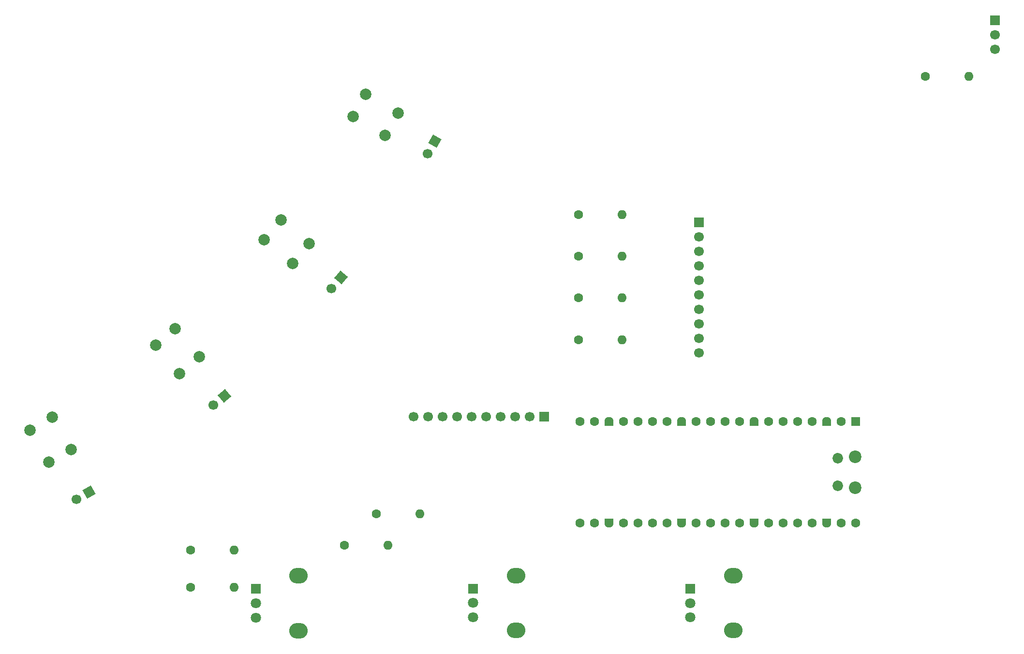
<source format=gbr>
%TF.GenerationSoftware,KiCad,Pcbnew,9.0.4*%
%TF.CreationDate,2025-09-28T19:10:48-04:00*%
%TF.ProjectId,Stradex1,53747261-6465-4783-912e-6b696361645f,rev?*%
%TF.SameCoordinates,Original*%
%TF.FileFunction,Soldermask,Bot*%
%TF.FilePolarity,Negative*%
%FSLAX46Y46*%
G04 Gerber Fmt 4.6, Leading zero omitted, Abs format (unit mm)*
G04 Created by KiCad (PCBNEW 9.0.4) date 2025-09-28 19:10:48*
%MOMM*%
%LPD*%
G01*
G04 APERTURE LIST*
G04 Aperture macros list*
%AMRoundRect*
0 Rectangle with rounded corners*
0 $1 Rounding radius*
0 $2 $3 $4 $5 $6 $7 $8 $9 X,Y pos of 4 corners*
0 Add a 4 corners polygon primitive as box body*
4,1,4,$2,$3,$4,$5,$6,$7,$8,$9,$2,$3,0*
0 Add four circle primitives for the rounded corners*
1,1,$1+$1,$2,$3*
1,1,$1+$1,$4,$5*
1,1,$1+$1,$6,$7*
1,1,$1+$1,$8,$9*
0 Add four rect primitives between the rounded corners*
20,1,$1+$1,$2,$3,$4,$5,0*
20,1,$1+$1,$4,$5,$6,$7,0*
20,1,$1+$1,$6,$7,$8,$9,0*
20,1,$1+$1,$8,$9,$2,$3,0*%
%AMRotRect*
0 Rectangle, with rotation*
0 The origin of the aperture is its center*
0 $1 length*
0 $2 width*
0 $3 Rotation angle, in degrees counterclockwise*
0 Add horizontal line*
21,1,$1,$2,0,0,$3*%
%AMFreePoly0*
4,1,37,0.603843,0.796157,0.639018,0.796157,0.711114,0.766294,0.766294,0.711114,0.796157,0.639018,0.796157,0.603843,0.800000,0.600000,0.800000,-0.600000,0.796157,-0.603843,0.796157,-0.639018,0.766294,-0.711114,0.711114,-0.766294,0.639018,-0.796157,0.603843,-0.796157,0.600000,-0.800000,0.000000,-0.800000,0.000000,-0.796148,-0.078414,-0.796148,-0.232228,-0.765552,-0.377117,-0.705537,
-0.507515,-0.618408,-0.618408,-0.507515,-0.705537,-0.377117,-0.765552,-0.232228,-0.796148,-0.078414,-0.796148,0.078414,-0.765552,0.232228,-0.705537,0.377117,-0.618408,0.507515,-0.507515,0.618408,-0.377117,0.705537,-0.232228,0.765552,-0.078414,0.796148,0.000000,0.796148,0.000000,0.800000,0.600000,0.800000,0.603843,0.796157,0.603843,0.796157,$1*%
%AMFreePoly1*
4,1,37,0.000000,0.796148,0.078414,0.796148,0.232228,0.765552,0.377117,0.705537,0.507515,0.618408,0.618408,0.507515,0.705537,0.377117,0.765552,0.232228,0.796148,0.078414,0.796148,-0.078414,0.765552,-0.232228,0.705537,-0.377117,0.618408,-0.507515,0.507515,-0.618408,0.377117,-0.705537,0.232228,-0.765552,0.078414,-0.796148,0.000000,-0.796148,0.000000,-0.800000,-0.600000,-0.800000,
-0.603843,-0.796157,-0.639018,-0.796157,-0.711114,-0.766294,-0.766294,-0.711114,-0.796157,-0.639018,-0.796157,-0.603843,-0.800000,-0.600000,-0.800000,0.600000,-0.796157,0.603843,-0.796157,0.639018,-0.766294,0.711114,-0.711114,0.766294,-0.639018,0.796157,-0.603843,0.796157,-0.600000,0.800000,0.000000,0.800000,0.000000,0.796148,0.000000,0.796148,$1*%
G04 Aperture macros list end*
%ADD10C,2.000000*%
%ADD11R,1.700000X1.700000*%
%ADD12C,1.700000*%
%ADD13RotRect,1.700000X1.700000X330.000000*%
%ADD14C,1.600000*%
%ADD15O,1.600000X1.600000*%
%ADD16RotRect,1.700000X1.700000X300.000000*%
%ADD17RotRect,1.700000X1.700000X310.000000*%
%ADD18O,3.240000X2.720000*%
%ADD19R,1.800000X1.800000*%
%ADD20C,1.800000*%
%ADD21RotRect,1.700000X1.700000X320.000000*%
%ADD22C,2.200000*%
%ADD23C,1.850000*%
%ADD24RoundRect,0.200000X-0.600000X0.600000X-0.600000X-0.600000X0.600000X-0.600000X0.600000X0.600000X0*%
%ADD25FreePoly0,270.000000*%
%ADD26FreePoly1,270.000000*%
G04 APERTURE END LIST*
D10*
%TO.C,SW3*%
X87975740Y-94158883D03*
X92153860Y-99138171D03*
X84528540Y-97051427D03*
X88706660Y-102030717D03*
%TD*%
D11*
%TO.C,RV1*%
X231419400Y-40182800D03*
D12*
X231419400Y-42722800D03*
X231419400Y-45262800D03*
%TD*%
D11*
%TO.C,U1*%
X179628800Y-75539600D03*
D12*
X179628800Y-78079600D03*
X179628800Y-80619600D03*
X179628800Y-83159600D03*
X179628800Y-85699600D03*
X179628800Y-88239600D03*
X179628800Y-90779600D03*
X179628800Y-93319600D03*
X179628800Y-95859600D03*
X179628800Y-98399600D03*
%TD*%
D13*
%TO.C,R1*%
X133412451Y-61337768D03*
D12*
X132142451Y-63537473D03*
%TD*%
D14*
%TO.C,R9*%
X158597600Y-74182777D03*
D15*
X166217600Y-74182777D03*
%TD*%
D16*
%TO.C,R4*%
X72875432Y-122789851D03*
D12*
X70675727Y-124059851D03*
%TD*%
D10*
%TO.C,SW1*%
X121345435Y-53163400D03*
X126974600Y-56413400D03*
X119095435Y-57060513D03*
X124724601Y-60310515D03*
%TD*%
D17*
%TO.C,R3*%
X96553825Y-105946467D03*
D12*
X94608072Y-107579148D03*
%TD*%
D14*
%TO.C,R10*%
X158597600Y-88806096D03*
D15*
X166217600Y-88806096D03*
%TD*%
D18*
%TO.C,RV3*%
X147624800Y-137440600D03*
X147624800Y-147040600D03*
D19*
X140124800Y-139740600D03*
D20*
X140124800Y-142240600D03*
X140124800Y-144740600D03*
%TD*%
D14*
%TO.C,R8*%
X90690000Y-139500000D03*
D15*
X98310000Y-139500000D03*
%TD*%
D14*
%TO.C,R5*%
X158597601Y-81494439D03*
D15*
X166217601Y-81494439D03*
%TD*%
D14*
%TO.C,R7*%
X117551200Y-132130800D03*
D15*
X125171200Y-132130800D03*
%TD*%
D11*
%TO.C,U2*%
X152527000Y-109600600D03*
D12*
X149987000Y-109600600D03*
X147447000Y-109600600D03*
X144907000Y-109600600D03*
X142367000Y-109600600D03*
X139827000Y-109600600D03*
X137287000Y-109600600D03*
X134747000Y-109600600D03*
X132207000Y-109600600D03*
X129667000Y-109600600D03*
%TD*%
D10*
%TO.C,SW4*%
X66465157Y-109700017D03*
X69715158Y-115329182D03*
X62568043Y-111950017D03*
X65818043Y-117579183D03*
%TD*%
D18*
%TO.C,RV2*%
X185645600Y-137465400D03*
X185645600Y-147065400D03*
D19*
X178145600Y-139765400D03*
D20*
X178145600Y-142265400D03*
X178145600Y-144765400D03*
%TD*%
D14*
%TO.C,R6*%
X158597601Y-96117758D03*
D15*
X166217601Y-96117758D03*
%TD*%
D10*
%TO.C,SW2*%
X106450511Y-75146081D03*
X111429800Y-79324200D03*
X103557967Y-78593281D03*
X108537256Y-82771401D03*
%TD*%
D18*
%TO.C,RV4*%
X109575600Y-137490800D03*
X109575600Y-147090800D03*
D19*
X102075600Y-139790800D03*
D20*
X102075600Y-142290800D03*
X102075600Y-144790800D03*
%TD*%
D14*
%TO.C,R11*%
X123139200Y-126619000D03*
D15*
X130759200Y-126619000D03*
%TD*%
D21*
%TO.C,R2*%
X116951436Y-85240714D03*
D12*
X115318755Y-87186467D03*
%TD*%
D22*
%TO.C,A1*%
X206985100Y-116604200D03*
D23*
X203955100Y-116904200D03*
X203955100Y-121754200D03*
D22*
X206985100Y-122054200D03*
D24*
X207115100Y-110439200D03*
D14*
X204575100Y-110439200D03*
D25*
X202035100Y-110439200D03*
D14*
X199495100Y-110439200D03*
X196955100Y-110439200D03*
X194415100Y-110439200D03*
X191875100Y-110439200D03*
D25*
X189335100Y-110439200D03*
D14*
X186795100Y-110439200D03*
X184255100Y-110439200D03*
X181715100Y-110439200D03*
X179175100Y-110439200D03*
D25*
X176635100Y-110439200D03*
D14*
X174095100Y-110439200D03*
X171555100Y-110439200D03*
X169015100Y-110439200D03*
X166475100Y-110439200D03*
D25*
X163935100Y-110439200D03*
D14*
X161395100Y-110439200D03*
X158855100Y-110439200D03*
X158855100Y-128219200D03*
X161395100Y-128219200D03*
D26*
X163935100Y-128219200D03*
D14*
X166475100Y-128219200D03*
X169015100Y-128219200D03*
X171555100Y-128219200D03*
X174095100Y-128219200D03*
D26*
X176635100Y-128219200D03*
D14*
X179175100Y-128219200D03*
X181715100Y-128219200D03*
X184255100Y-128219200D03*
X186795100Y-128219200D03*
D26*
X189335100Y-128219200D03*
D14*
X191875100Y-128219200D03*
X194415100Y-128219200D03*
X196955100Y-128219200D03*
X199495100Y-128219200D03*
D26*
X202035100Y-128219200D03*
D14*
X204575100Y-128219200D03*
X207115100Y-128219200D03*
%TD*%
%TO.C,R17*%
X219252800Y-49987200D03*
D15*
X226872800Y-49987200D03*
%TD*%
D14*
%TO.C,R12*%
X90689999Y-132999998D03*
D15*
X98309999Y-132999998D03*
%TD*%
M02*

</source>
